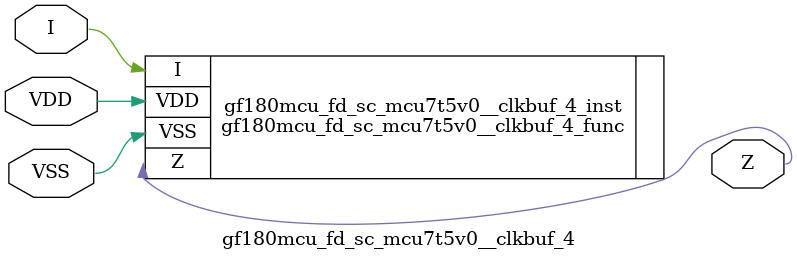
<source format=v>

module gf180mcu_fd_sc_mcu7t5v0__clkbuf_4( I, Z, VDD, VSS );
input I;
inout VDD, VSS;
output Z;

   `ifdef FUNCTIONAL  //  functional //

	gf180mcu_fd_sc_mcu7t5v0__clkbuf_4_func gf180mcu_fd_sc_mcu7t5v0__clkbuf_4_behav_inst(.I(I),.Z(Z),.VDD(VDD),.VSS(VSS));

   `else

	gf180mcu_fd_sc_mcu7t5v0__clkbuf_4_func gf180mcu_fd_sc_mcu7t5v0__clkbuf_4_inst(.I(I),.Z(Z),.VDD(VDD),.VSS(VSS));

	// spec_gates_begin


	// spec_gates_end



   specify

	// specify_block_begin

	// comb arc I --> Z
	 (I => Z) = (1.0,1.0);

	// specify_block_end

   endspecify

   `endif

endmodule

</source>
